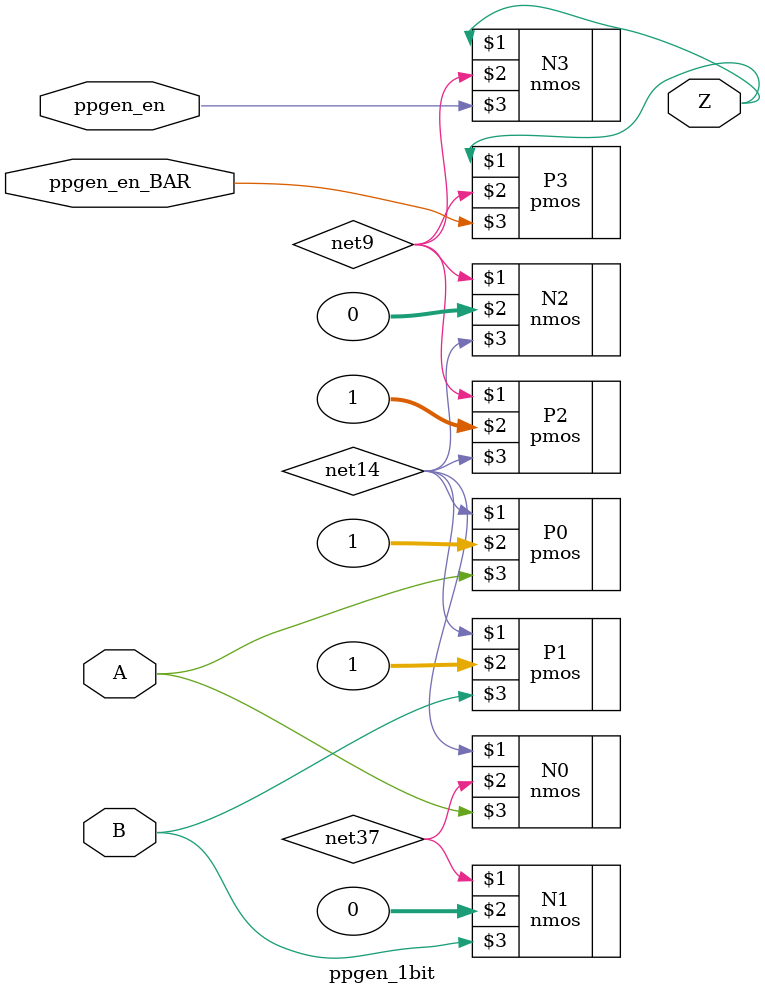
<source format=v>
`timescale 1ns / 1ns 

module ppgen_1bit ( Z, A, B, ppgen_en, ppgen_en_BAR );

output  Z;

input  A, B, ppgen_en, ppgen_en_BAR;


specify 
    specparam CDS_LIBNAME  = "ece555_projectlib";
    specparam CDS_CELLNAME = "ppgen_1bit";
    specparam CDS_VIEWNAME = "schematic";
endspecify

pmos P3 ( Z, net9, ppgen_en_BAR);
pmos P2 ( net9, 1, net14);
pmos P1 ( net14, 1, B);
pmos P0 ( net14, 1, A);
nmos N3 ( Z, net9, ppgen_en);
nmos N2 ( net9, 0, net14);
nmos N1 ( net37, 0, B);
nmos N0 ( net14, net37, A);

endmodule

</source>
